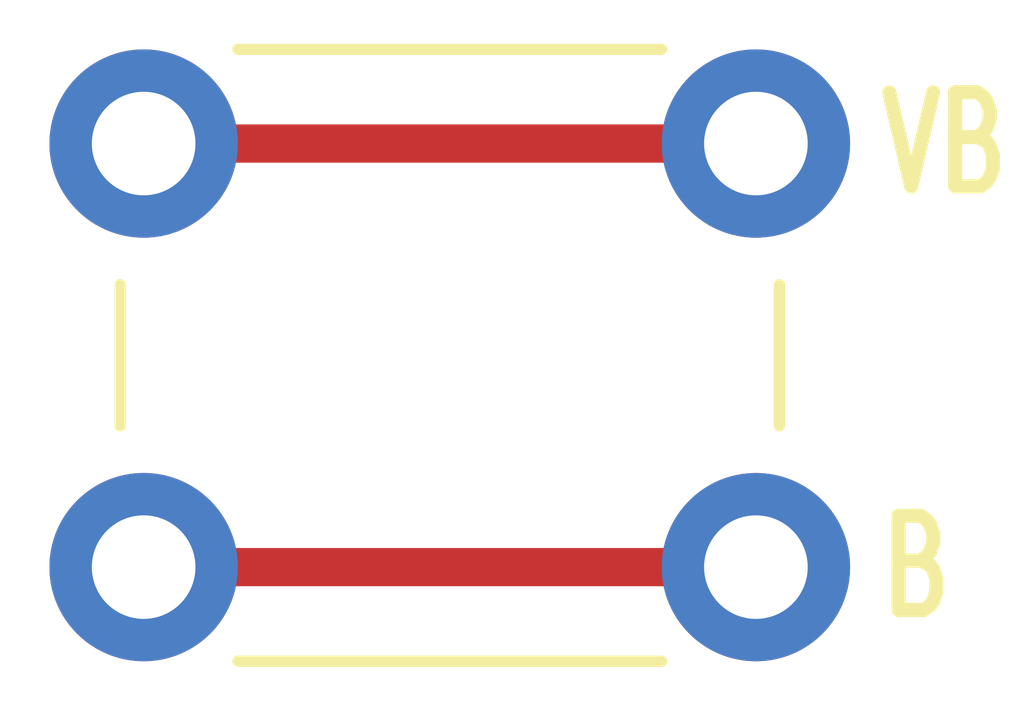
<source format=kicad_pcb>
(kicad_pcb (version 20171130) (host pcbnew "(5.1.9-0-10_14)")

  (general
    (thickness 1.6)
    (drawings 2)
    (tracks 2)
    (zones 0)
    (modules 1)
    (nets 3)
  )

  (page A4)
  (layers
    (0 F.Cu signal)
    (31 B.Cu signal)
    (32 B.Adhes user)
    (33 F.Adhes user)
    (34 B.Paste user)
    (35 F.Paste user)
    (36 B.SilkS user)
    (37 F.SilkS user)
    (38 B.Mask user)
    (39 F.Mask user)
    (40 Dwgs.User user)
    (41 Cmts.User user)
    (42 Eco1.User user)
    (43 Eco2.User user)
    (44 Edge.Cuts user)
    (45 Margin user)
    (46 B.CrtYd user hide)
    (47 F.CrtYd user hide)
    (48 B.Fab user hide)
    (49 F.Fab user hide)
  )

  (setup
    (last_trace_width 0.1524)
    (user_trace_width 0.1524)
    (user_trace_width 0.254)
    (user_trace_width 0.4064)
    (user_trace_width 0.635)
    (trace_clearance 0.1524)
    (zone_clearance 0.508)
    (zone_45_only no)
    (trace_min 0.1524)
    (via_size 0.6858)
    (via_drill 0.3048)
    (via_min_size 0.6858)
    (via_min_drill 0.3048)
    (uvia_size 0.3048)
    (uvia_drill 0.1524)
    (uvias_allowed no)
    (uvia_min_size 0.2)
    (uvia_min_drill 0.1)
    (edge_width 0.15)
    (segment_width 0.15)
    (pcb_text_width 0.3)
    (pcb_text_size 1.5 1.5)
    (mod_edge_width 0.15)
    (mod_text_size 1 1)
    (mod_text_width 0.15)
    (pad_size 1.524 1.524)
    (pad_drill 0.762)
    (pad_to_mask_clearance 0.2)
    (aux_axis_origin 0 0)
    (visible_elements FFFFFF7F)
    (pcbplotparams
      (layerselection 0x010fc_ffffffff)
      (usegerberextensions false)
      (usegerberattributes false)
      (usegerberadvancedattributes false)
      (creategerberjobfile false)
      (excludeedgelayer true)
      (linewidth 0.100000)
      (plotframeref false)
      (viasonmask false)
      (mode 1)
      (useauxorigin false)
      (hpglpennumber 1)
      (hpglpenspeed 20)
      (hpglpendiameter 15.000000)
      (psnegative false)
      (psa4output false)
      (plotreference true)
      (plotvalue true)
      (plotinvisibletext false)
      (padsonsilk false)
      (subtractmaskfromsilk false)
      (outputformat 1)
      (mirror false)
      (drillshape 1)
      (scaleselection 1)
      (outputdirectory ""))
  )

  (net 0 "")
  (net 1 "Net-(SW1-Pad2)")
  (net 2 "Net-(SW1-Pad1)")

  (net_class Default "This is the default net class."
    (clearance 0.1524)
    (trace_width 0.1524)
    (via_dia 0.6858)
    (via_drill 0.3048)
    (uvia_dia 0.3048)
    (uvia_drill 0.1524)
    (diff_pair_width 0.1524)
    (diff_pair_gap 0.1524)
    (add_net "Net-(SW1-Pad1)")
    (add_net "Net-(SW1-Pad2)")
  )

  (module Button_Switch_THT:SW_PUSH_6mm_H7.3mm (layer F.Cu) (tedit 5A02FE31) (tstamp 608AD239)
    (at -3.25 -2.25)
    (descr "tactile push button, 6x6mm e.g. PHAP33xx series, height=7.3mm")
    (tags "tact sw push 6mm")
    (path /5FD27819)
    (fp_text reference SW1 (at 3.25 -2) (layer F.SilkS) hide
      (effects (font (size 1 1) (thickness 0.15)))
    )
    (fp_text value SW_Push_Dual (at 3.75 6.7) (layer F.Fab)
      (effects (font (size 1 1) (thickness 0.15)))
    )
    (fp_line (start 3.25 -0.75) (end 6.25 -0.75) (layer F.Fab) (width 0.1))
    (fp_line (start 6.25 -0.75) (end 6.25 5.25) (layer F.Fab) (width 0.1))
    (fp_line (start 6.25 5.25) (end 0.25 5.25) (layer F.Fab) (width 0.1))
    (fp_line (start 0.25 5.25) (end 0.25 -0.75) (layer F.Fab) (width 0.1))
    (fp_line (start 0.25 -0.75) (end 3.25 -0.75) (layer F.Fab) (width 0.1))
    (fp_line (start 7.75 6) (end 8 6) (layer F.CrtYd) (width 0.05))
    (fp_line (start 8 6) (end 8 5.75) (layer F.CrtYd) (width 0.05))
    (fp_line (start 7.75 -1.5) (end 8 -1.5) (layer F.CrtYd) (width 0.05))
    (fp_line (start 8 -1.5) (end 8 -1.25) (layer F.CrtYd) (width 0.05))
    (fp_line (start -1.5 -1.25) (end -1.5 -1.5) (layer F.CrtYd) (width 0.05))
    (fp_line (start -1.5 -1.5) (end -1.25 -1.5) (layer F.CrtYd) (width 0.05))
    (fp_line (start -1.5 5.75) (end -1.5 6) (layer F.CrtYd) (width 0.05))
    (fp_line (start -1.5 6) (end -1.25 6) (layer F.CrtYd) (width 0.05))
    (fp_line (start -1.25 -1.5) (end 7.75 -1.5) (layer F.CrtYd) (width 0.05))
    (fp_line (start -1.5 5.75) (end -1.5 -1.25) (layer F.CrtYd) (width 0.05))
    (fp_line (start 7.75 6) (end -1.25 6) (layer F.CrtYd) (width 0.05))
    (fp_line (start 8 -1.25) (end 8 5.75) (layer F.CrtYd) (width 0.05))
    (fp_line (start 1 5.5) (end 5.5 5.5) (layer F.SilkS) (width 0.12))
    (fp_line (start -0.25 1.5) (end -0.25 3) (layer F.SilkS) (width 0.12))
    (fp_line (start 5.5 -1) (end 1 -1) (layer F.SilkS) (width 0.12))
    (fp_line (start 6.75 3) (end 6.75 1.5) (layer F.SilkS) (width 0.12))
    (fp_circle (center 3.25 2.25) (end 1.25 2.5) (layer F.Fab) (width 0.1))
    (fp_text user %R (at 3.25 2.25) (layer F.Fab)
      (effects (font (size 1 1) (thickness 0.15)))
    )
    (pad 2 thru_hole circle (at 0 4.5 90) (size 2 2) (drill 1.1) (layers *.Cu *.Mask)
      (net 1 "Net-(SW1-Pad2)"))
    (pad 1 thru_hole circle (at 0 0 90) (size 2 2) (drill 1.1) (layers *.Cu *.Mask)
      (net 2 "Net-(SW1-Pad1)"))
    (pad 2 thru_hole circle (at 6.5 4.5 90) (size 2 2) (drill 1.1) (layers *.Cu *.Mask)
      (net 1 "Net-(SW1-Pad2)"))
    (pad 1 thru_hole circle (at 6.5 0 90) (size 2 2) (drill 1.1) (layers *.Cu *.Mask)
      (net 2 "Net-(SW1-Pad1)"))
    (model ${KISYS3DMOD}/Button_Switch_THT.3dshapes/SW_PUSH_6mm_H7.3mm.wrl
      (at (xyz 0 0 0))
      (scale (xyz 1 1 1))
      (rotate (xyz 0 0 0))
    )
  )

  (gr_text B (at 4.5 2.25) (layer F.SilkS) (tstamp 608AD39C)
    (effects (font (size 1 0.7) (thickness 0.15)) (justify left))
  )
  (gr_text VB (at 4.5 -2.25) (layer F.SilkS)
    (effects (font (size 1 0.7) (thickness 0.15)) (justify left))
  )

  (segment (start -3.25 2.25) (end 3.25 2.25) (width 0.4064) (layer F.Cu) (net 1))
  (segment (start -3.25 -2.25) (end 3.25 -2.25) (width 0.4064) (layer F.Cu) (net 2))

)

</source>
